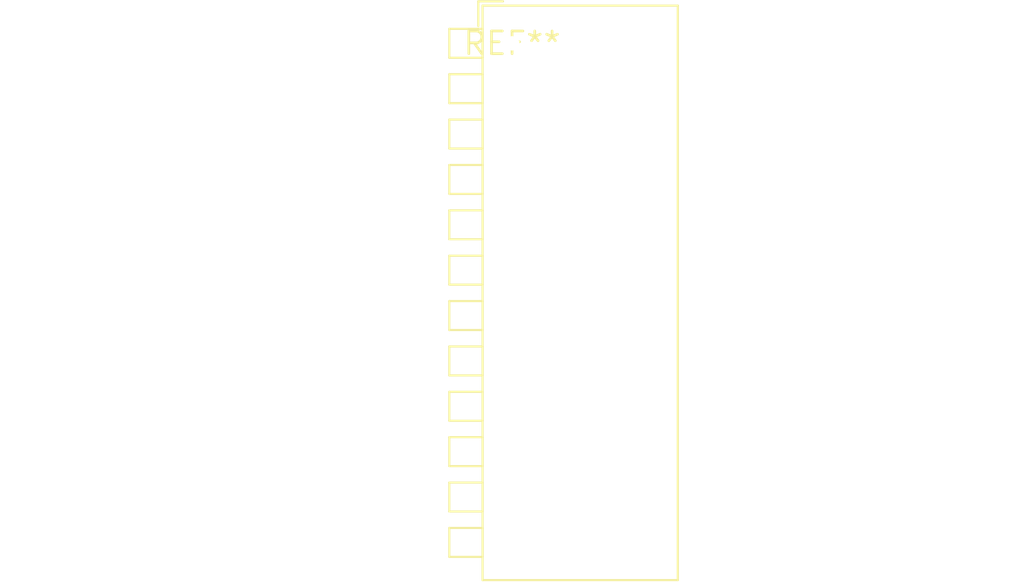
<source format=kicad_pcb>
(kicad_pcb (version 20240108) (generator pcbnew)
  (layers (0 "F.Cu" signal) (31 "B.Cu" signal) (34 "B.Paste" user) (35 "F.Paste" user) (36 "B.SilkS" user "B.Silkscreen") (37 "F.SilkS" user "F.Silkscreen") (38 "B.Mask" user) (39 "F.Mask" user) (44 "Edge.Cuts" user))
  (net 0 "")
  (footprint "SW_DIP_SPSTx12_Piano_10.8x32.04mm_W7.62mm_P2.54mm" (layer "F.Cu") (at 0 0)
    (property "Reference" "REF**")
    (property "Value" "SW_DIP_SPSTx12_Piano_10.8x32.04mm_W7.62mm_P2.54mm")
    (fp_line (start -3.51 -0.81) (end -3.51 0.81) (layer "F.SilkS") (stroke (width 0.12)))
    (fp_line (start -3.51 -0.81) (end -1.65 -0.81) (layer "F.SilkS") (stroke (width 0.12)))
    (fp_line (start -3.51 0.81) (end -1.65 0.81) (layer "F.SilkS") (stroke (width 0.12)))
    (fp_line (start -3.51 1.73) (end -3.51 3.35) (layer "F.SilkS") (stroke (width 0.12)))
    (fp_line (start -3.51 1.73) (end -1.65 1.73) (layer "F.SilkS") (stroke (width 0.12)))
    (fp_line (start -3.51 3.35) (end -1.65 3.35) (layer "F.SilkS") (stroke (width 0.12)))
    (fp_line (start -3.51 4.27) (end -3.51 5.89) (layer "F.SilkS") (stroke (width 0.12)))
    (fp_line (start -3.51 4.27) (end -1.65 4.27) (layer "F.SilkS") (stroke (width 0.12)))
    (fp_line (start -3.51 5.89) (end -1.65 5.89) (layer "F.SilkS") (stroke (width 0.12)))
    (fp_line (start -3.51 6.81) (end -3.51 8.43) (layer "F.SilkS") (stroke (width 0.12)))
    (fp_line (start -3.51 6.81) (end -1.65 6.81) (layer "F.SilkS") (stroke (width 0.12)))
    (fp_line (start -3.51 8.43) (end -1.65 8.43) (layer "F.SilkS") (stroke (width 0.12)))
    (fp_line (start -3.51 9.35) (end -3.51 10.97) (layer "F.SilkS") (stroke (width 0.12)))
    (fp_line (start -3.51 9.35) (end -1.65 9.35) (layer "F.SilkS") (stroke (width 0.12)))
    (fp_line (start -3.51 10.97) (end -1.65 10.97) (layer "F.SilkS") (stroke (width 0.12)))
    (fp_line (start -3.51 11.89) (end -3.51 13.51) (layer "F.SilkS") (stroke (width 0.12)))
    (fp_line (start -3.51 11.89) (end -1.65 11.89) (layer "F.SilkS") (stroke (width 0.12)))
    (fp_line (start -3.51 13.51) (end -1.65 13.51) (layer "F.SilkS") (stroke (width 0.12)))
    (fp_line (start -3.51 14.43) (end -3.51 16.05) (layer "F.SilkS") (stroke (width 0.12)))
    (fp_line (start -3.51 14.43) (end -1.65 14.43) (layer "F.SilkS") (stroke (width 0.12)))
    (fp_line (start -3.51 16.05) (end -1.65 16.05) (layer "F.SilkS") (stroke (width 0.12)))
    (fp_line (start -3.51 16.971) (end -3.51 18.591) (layer "F.SilkS") (stroke (width 0.12)))
    (fp_line (start -3.51 16.971) (end -1.65 16.971) (layer "F.SilkS") (stroke (width 0.12)))
    (fp_line (start -3.51 18.591) (end -1.65 18.591) (layer "F.SilkS") (stroke (width 0.12)))
    (fp_line (start -3.51 19.51) (end -3.51 21.131) (layer "F.SilkS") (stroke (width 0.12)))
    (fp_line (start -3.51 19.51) (end -1.65 19.51) (layer "F.SilkS") (stroke (width 0.12)))
    (fp_line (start -3.51 21.131) (end -1.65 21.131) (layer "F.SilkS") (stroke (width 0.12)))
    (fp_line (start -3.51 22.05) (end -3.51 23.67) (layer "F.SilkS") (stroke (width 0.12)))
    (fp_line (start -3.51 22.05) (end -1.65 22.05) (layer "F.SilkS") (stroke (width 0.12)))
    (fp_line (start -3.51 23.67) (end -1.65 23.67) (layer "F.SilkS") (stroke (width 0.12)))
    (fp_line (start -3.51 24.59) (end -3.51 26.21) (layer "F.SilkS") (stroke (width 0.12)))
    (fp_line (start -3.51 24.59) (end -1.65 24.59) (layer "F.SilkS") (stroke (width 0.12)))
    (fp_line (start -3.51 26.21) (end -1.65 26.21) (layer "F.SilkS") (stroke (width 0.12)))
    (fp_line (start -3.51 27.131) (end -3.51 28.751) (layer "F.SilkS") (stroke (width 0.12)))
    (fp_line (start -3.51 27.131) (end -1.65 27.131) (layer "F.SilkS") (stroke (width 0.12)))
    (fp_line (start -3.51 28.751) (end -1.65 28.751) (layer "F.SilkS") (stroke (width 0.12)))
    (fp_line (start -1.89 -2.35) (end -1.89 -0.967) (layer "F.SilkS") (stroke (width 0.12)))
    (fp_line (start -1.89 -2.35) (end -0.507 -2.35) (layer "F.SilkS") (stroke (width 0.12)))
    (fp_line (start -1.65 -2.11) (end -1.65 30.05) (layer "F.SilkS") (stroke (width 0.12)))
    (fp_line (start -1.65 -2.11) (end 9.27 -2.11) (layer "F.SilkS") (stroke (width 0.12)))
    (fp_line (start -1.65 -0.81) (end -1.65 0.81) (layer "F.SilkS") (stroke (width 0.12)))
    (fp_line (start -1.65 1.73) (end -1.65 3.35) (layer "F.SilkS") (stroke (width 0.12)))
    (fp_line (start -1.65 4.27) (end -1.65 5.89) (layer "F.SilkS") (stroke (width 0.12)))
    (fp_line (start -1.65 6.81) (end -1.65 8.43) (layer "F.SilkS") (stroke (width 0.12)))
    (fp_line (start -1.65 9.35) (end -1.65 10.97) (layer "F.SilkS") (stroke (width 0.12)))
    (fp_line (start -1.65 11.89) (end -1.65 13.51) (layer "F.SilkS") (stroke (width 0.12)))
    (fp_line (start -1.65 14.43) (end -1.65 16.05) (layer "F.SilkS") (stroke (width 0.12)))
    (fp_line (start -1.65 16.971) (end -1.65 18.591) (layer "F.SilkS") (stroke (width 0.12)))
    (fp_line (start -1.65 19.51) (end -1.65 21.131) (layer "F.SilkS") (stroke (width 0.12)))
    (fp_line (start -1.65 22.05) (end -1.65 23.67) (layer "F.SilkS") (stroke (width 0.12)))
    (fp_line (start -1.65 24.59) (end -1.65 26.21) (layer "F.SilkS") (stroke (width 0.12)))
    (fp_line (start -1.65 27.131) (end -1.65 28.751) (layer "F.SilkS") (stroke (width 0.12)))
    (fp_line (start -1.65 30.05) (end 9.27 30.05) (layer "F.SilkS") (stroke (width 0.12)))
    (fp_line (start 9.27 -2.11) (end 9.27 30.05) (layer "F.SilkS") (stroke (width 0.12)))
    (pad "1" thru_hole rect (at 0 0) (size 1.6 1.6) (drill 0.8) (layers *.Cu *.Mask) (remove_unused_layers))
    (pad "2" thru_hole oval (at 0 2.54) (size 1.6 1.6) (drill 0.8) (layers *.Cu *.Mask) (remove_unused_layers))
    (pad "3" thru_hole oval (at 0 5.08) (size 1.6 1.6) (drill 0.8) (layers *.Cu *.Mask) (remove_unused_layers))
    (pad "4" thru_hole oval (at 0 7.62) (size 1.6 1.6) (drill 0.8) (layers *.Cu *.Mask) (remove_unused_layers))
    (pad "5" thru_hole oval (at 0 10.16) (size 1.6 1.6) (drill 0.8) (layers *.Cu *.Mask) (remove_unused_layers))
    (pad "6" thru_hole oval (at 0 12.7) (size 1.6 1.6) (drill 0.8) (layers *.Cu *.Mask) (remove_unused_layers))
    (pad "7" thru_hole oval (at 0 15.24) (size 1.6 1.6) (drill 0.8) (layers *.Cu *.Mask) (remove_unused_layers))
    (pad "8" thru_hole oval (at 0 17.78) (size 1.6 1.6) (drill 0.8) (layers *.Cu *.Mask) (remove_unused_layers))
    (pad "9" thru_hole oval (at 0 20.32) (size 1.6 1.6) (drill 0.8) (layers *.Cu *.Mask) (remove_unused_layers))
    (pad "10" thru_hole oval (at 0 22.86) (size 1.6 1.6) (drill 0.8) (layers *.Cu *.Mask) (remove_unused_layers))
    (pad "11" thru_hole oval (at 0 25.4) (size 1.6 1.6) (drill 0.8) (layers *.Cu *.Mask) (remove_unused_layers))
    (pad "12" thru_hole oval (at 0 27.94) (size 1.6 1.6) (drill 0.8) (layers *.Cu *.Mask) (remove_unused_layers))
    (pad "13" thru_hole oval (at 7.62 27.94) (size 1.6 1.6) (drill 0.8) (layers *.Cu *.Mask) (remove_unused_layers))
    (pad "14" thru_hole oval (at 7.62 25.4) (size 1.6 1.6) (drill 0.8) (layers *.Cu *.Mask) (remove_unused_layers))
    (pad "15" thru_hole oval (at 7.62 22.86) (size 1.6 1.6) (drill 0.8) (layers *.Cu *.Mask) (remove_unused_layers))
    (pad "16" thru_hole oval (at 7.62 20.32) (size 1.6 1.6) (drill 0.8) (layers *.Cu *.Mask) (remove_unused_layers))
    (pad "17" thru_hole oval (at 7.62 17.78) (size 1.6 1.6) (drill 0.8) (layers *.Cu *.Mask) (remove_unused_layers))
    (pad "18" thru_hole oval (at 7.62 15.24) (size 1.6 1.6) (drill 0.8) (layers *.Cu *.Mask) (remove_unused_layers))
    (pad "19" thru_hole oval (at 7.62 12.7) (size 1.6 1.6) (drill 0.8) (layers *.Cu *.Mask) (remove_unused_layers))
    (pad "20" thru_hole oval (at 7.62 10.16) (size 1.6 1.6) (drill 0.8) (layers *.Cu *.Mask) (remove_unused_layers))
    (pad "21" thru_hole oval (at 7.62 7.62) (size 1.6 1.6) (drill 0.8) (layers *.Cu *.Mask) (remove_unused_layers))
    (pad "22" thru_hole oval (at 7.62 5.08) (size 1.6 1.6) (drill 0.8) (layers *.Cu *.Mask) (remove_unused_layers))
    (pad "23" thru_hole oval (at 7.62 2.54) (size 1.6 1.6) (drill 0.8) (layers *.Cu *.Mask) (remove_unused_layers))
    (pad "24" thru_hole oval (at 7.62 0) (size 1.6 1.6) (drill 0.8) (layers *.Cu *.Mask) (remove_unused_layers))
  )
)
</source>
